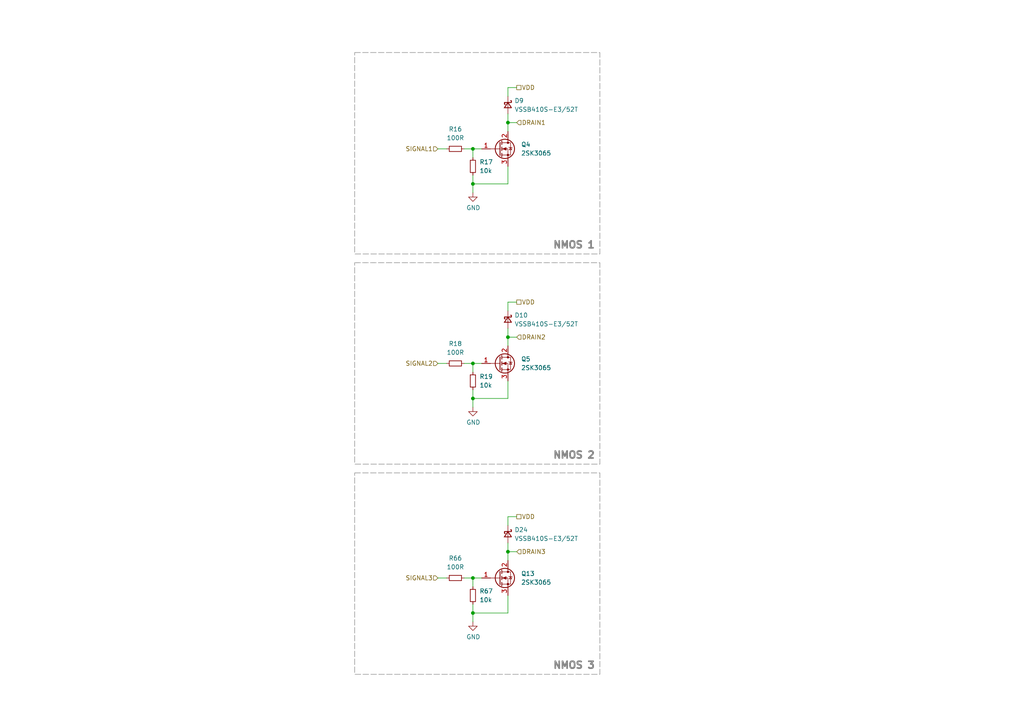
<source format=kicad_sch>
(kicad_sch (version 20231120) (generator "eeschema") (generator_version "8.0")
  (paper "A4")
  (lib_symbols
    (symbol "Device:D_Schottky_Small" (pin_numbers hide) (pin_names (offset 0.254) hide)
      (property "Reference" "D" (at -1.27 2.032 0))
      (property "Value" "D_Schottky_Small" (at -7.112 -2.032 0))
      (symbol "D_Schottky_Small_0_1"
        (polyline (pts (xy -0.762 0) (xy 0.762 0)))
        (polyline (pts (xy 0.762 -1.016) (xy -0.762 0) (xy 0.762 1.016) (xy 0.762 -1.016)) (stroke (width 0.254)))
        (polyline (pts (xy -1.27 0.762) (xy -1.27 1.016) (xy -0.762 1.016) (xy -0.762 -1.016) (xy -0.254 -1.016) (xy -0.254 -0.762)) (stroke (width 0.254)))
      )
      (symbol "D_Schottky_Small_1_1"
        (pin passive line (at -2.54 0 0) (length 1.778) (name "K") (number "1"))
        (pin passive line (at 2.54 0 180) (length 1.778) (name "A") (number "2"))
      )
    )
    (symbol "Device:Q_NMOS_GDS" (pin_names (offset 0) hide)
      (property "Reference" "Q" (at 5.08 1.27 0))
      (property "Value" "Q_NMOS_GDS" (at 5.08 -1.27 0))
      (symbol "Q_NMOS_GDS_0_1"
        (polyline (pts (xy 0.254 0) (xy -2.54 0)))
        (polyline (pts (xy 0.254 1.905) (xy 0.254 -1.905)) (stroke (width 0.254)))
        (polyline (pts (xy 0.762 -1.27) (xy 0.762 -2.286)) (stroke (width 0.254)))
        (polyline (pts (xy 0.762 0.508) (xy 0.762 -0.508)) (stroke (width 0.254)))
        (polyline (pts (xy 0.762 2.286) (xy 0.762 1.27)) (stroke (width 0.254)))
        (polyline (pts (xy 2.54 2.54) (xy 2.54 1.778)))
        (polyline (pts (xy 2.54 -2.54) (xy 2.54 0) (xy 0.762 0)))
        (polyline (pts (xy 0.762 -1.778) (xy 3.302 -1.778) (xy 3.302 1.778) (xy 0.762 1.778)))
        (polyline (pts (xy 1.016 0) (xy 2.032 0.381) (xy 2.032 -0.381) (xy 1.016 0)) (fill (type outline)))
        (polyline (pts (xy 2.794 0.508) (xy 2.921 0.381) (xy 3.683 0.381) (xy 3.81 0.254)))
        (polyline (pts (xy 3.302 0.381) (xy 2.921 -0.254) (xy 3.683 -0.254) (xy 3.302 0.381)))
        (circle (center 1.651 0) (radius 2.794) (stroke (width 0.254)))
        (circle (center 2.54 -1.778) (radius 0.254) (fill (type outline)))
        (circle (center 2.54 1.778) (radius 0.254) (fill (type outline)))
      )
      (symbol "Q_NMOS_GDS_1_1"
        (pin input line (at -5.08 0 0) (length 2.54) (name "G") (number "1"))
        (pin passive line (at 2.54 5.08 270) (length 2.54) (name "D") (number "2"))
        (pin passive line (at 2.54 -5.08 90) (length 2.54) (name "S") (number "3"))
      )
    )
    (symbol "Device:R_Small" (pin_numbers hide) (pin_names (offset 0.254) hide)
      (property "Reference" "R" (at 0.762 0.508 0))
      (property "Value" "R_Small" (at 0.762 -1.016 0))
      (symbol "R_Small_0_1"
        (rectangle (start -0.762 1.778) (end 0.762 -1.778) (stroke (width 0.2032)))
      )
      (symbol "R_Small_1_1"
        (pin passive line (at 0 2.54 270) (length 0.762) (name "~") (number "1"))
        (pin passive line (at 0 -2.54 90) (length 0.762) (name "~") (number "2"))
      )
    )
    (symbol "power:GND" (power) (pin_names (offset 0))
      (property "Value" "GND" (at 0 -3.81 0))
      (symbol "GND_0_1"
        (polyline (pts (xy 0 0) (xy 0 -1.27) (xy 1.27 -1.27) (xy 0 -2.54) (xy -1.27 -1.27) (xy 0 -1.27)))
      )
      (symbol "GND_1_1"
        (pin power_in line (at 0 0 270) (length 0) hide (name "GND") (number "1"))
      )
    )
  )
  (junction (at 147.32 97.79))
  (junction (at 137.16 177.8))
  (junction (at 137.16 53.34))
  (junction (at 137.16 115.57))
  (junction (at 147.32 35.56))
  (junction (at 137.16 167.64))
  (junction (at 137.16 43.18))
  (junction (at 137.16 105.41))
  (junction (at 147.32 160.02))
  (wire (pts (xy 147.32 160.02) (xy 149.86 160.02)))
  (wire (pts (xy 137.16 53.34) (xy 147.32 53.34)))
  (wire (pts (xy 147.32 35.56) (xy 149.86 35.56)))
  (wire (pts (xy 134.62 167.64) (xy 137.16 167.64)))
  (wire (pts (xy 147.32 110.49) (xy 147.32 115.57)))
  (wire (pts (xy 137.16 167.64) (xy 139.7 167.64)))
  (wire (pts (xy 147.32 33.02) (xy 147.32 35.56)))
  (wire (pts (xy 149.86 25.4) (xy 147.32 25.4)))
  (wire (pts (xy 137.16 115.57) (xy 137.16 118.11)))
  (wire (pts (xy 137.16 50.8) (xy 137.16 53.34)))
  (wire (pts (xy 147.32 87.63) (xy 147.32 90.17)))
  (wire (pts (xy 137.16 177.8) (xy 147.32 177.8)))
  (wire (pts (xy 147.32 35.56) (xy 147.32 38.1)))
  (wire (pts (xy 147.32 25.4) (xy 147.32 27.94)))
  (wire (pts (xy 137.16 177.8) (xy 137.16 180.34)))
  (wire (pts (xy 147.32 97.79) (xy 149.86 97.79)))
  (wire (pts (xy 137.16 167.64) (xy 137.16 170.18)))
  (wire (pts (xy 127 43.18) (xy 129.54 43.18)))
  (wire (pts (xy 137.16 43.18) (xy 139.7 43.18)))
  (wire (pts (xy 134.62 43.18) (xy 137.16 43.18)))
  (wire (pts (xy 147.32 97.79) (xy 147.32 100.33)))
  (wire (pts (xy 147.32 172.72) (xy 147.32 177.8)))
  (wire (pts (xy 137.16 53.34) (xy 137.16 55.88)))
  (wire (pts (xy 127 105.41) (xy 129.54 105.41)))
  (wire (pts (xy 137.16 43.18) (xy 137.16 45.72)))
  (wire (pts (xy 149.86 149.86) (xy 147.32 149.86)))
  (wire (pts (xy 134.62 105.41) (xy 137.16 105.41)))
  (wire (pts (xy 147.32 157.48) (xy 147.32 160.02)))
  (wire (pts (xy 137.16 105.41) (xy 137.16 107.95)))
  (wire (pts (xy 147.32 160.02) (xy 147.32 162.56)))
  (wire (pts (xy 147.32 95.25) (xy 147.32 97.79)))
  (wire (pts (xy 137.16 115.57) (xy 147.32 115.57)))
  (wire (pts (xy 147.32 149.86) (xy 147.32 152.4)))
  (wire (pts (xy 149.86 87.63) (xy 147.32 87.63)))
  (wire (pts (xy 127 167.64) (xy 129.54 167.64)))
  (wire (pts (xy 137.16 113.03) (xy 137.16 115.57)))
  (wire (pts (xy 137.16 105.41) (xy 139.7 105.41)))
  (wire (pts (xy 137.16 175.26) (xy 137.16 177.8)))
  (wire (pts (xy 147.32 48.26) (xy 147.32 53.34)))
  (rectangle (start 102.87 15.24) (end 173.99 73.66) (stroke (width 0) (type dash) (color 132 132 132 1)))
  (rectangle (start 102.87 137.16) (end 173.99 195.58) (stroke (width 0) (type dash) (color 132 132 132 1)))
  (rectangle (start 102.87 76.2) (end 173.99 134.62) (stroke (width 0) (type dash) (color 132 132 132 1)))
  (text "NMOS 1" (at 172.72 72.39 0) (effects (font (size 2 2) (thickness 1) (bold yes)) (justify right bottom)))
  (text "NMOS 2" (at 172.72 133.35 0) (effects (font (size 2 2) (thickness 1) (bold yes)) (justify right bottom)))
  (text "NMOS 3" (at 172.72 194.31 0) (effects (font (size 2 2) (thickness 1) (bold yes)) (justify right bottom)))
  (hierarchical_label "DRAIN3" (shape input) (at 149.86 160.02 0))
  (hierarchical_label "VDD" (shape passive) (at 149.86 87.63 0))
  (hierarchical_label "VDD" (shape passive) (at 149.86 25.4 0))
  (hierarchical_label "SIGNAL2" (shape input) (at 127 105.41 180))
  (hierarchical_label "SIGNAL3" (shape input) (at 127 167.64 180))
  (hierarchical_label "DRAIN1" (shape input) (at 149.86 35.56 0))
  (hierarchical_label "VDD" (shape passive) (at 149.86 149.86 0))
  (hierarchical_label "DRAIN2" (shape input) (at 149.86 97.79 0))
  (hierarchical_label "SIGNAL1" (shape input) (at 127 43.18 180))
  (symbol (lib_id "Device:R_Small") (at 137.16 110.49 180) (unit 1)
    (property "Reference" "R19" (at 139.065 109.2199 0) (effects (justify right)))
    (property "Value" "10k" (at 139.065 111.7599 0) (effects (justify right)))
    (property "Footprint" "Resistor_SMD:R_0603_1608Metric" (effects (hide yes)))
    (property "Manufacturer_Name" "--" (effects (hide yes)))
    (property "Manufacturer_Part_Number" "--" (effects (hide yes)))
  )
  (symbol (lib_id "Device:Q_NMOS_GDS") (at 144.78 43.18 0) (unit 1)
    (property "Reference" "Q4" (at 151.13 41.91 0) (effects (justify left)))
    (property "Value" "2SK3065" (at 151.13 44.45 0) (effects (justify left)))
    (property "Footprint" "Package_TO_SOT_SMD:SOT-89-3" (effects (hide yes)))
    (property "Datasheet" "https://www.mouser.pl/datasheet/2/196/Infineon_IRLL024Z_DataSheet_v01_01_EN-1227867.pdf" (effects (hide yes)))
    (property "Manufacturer_Part_Number" "IRLL024ZTRPBF" (effects (hide yes)))
    (property "Mouser Part Number" "942-IRLL024ZTRPBF" (effects (hide yes)))
    (property "Mouser Price/Stock" "https://www.mouser.pl/ProductDetail/Infineon-Technologies/IRLL024ZTRPBF?qs=9%252BKlkBgLFf1b4odHOQZ9nw%3D%3D" (effects (hide yes)))
  )
  (symbol (lib_id "Device:R_Small") (at 137.16 172.72 180) (unit 1)
    (property "Reference" "R67" (at 139.065 171.4499 0) (effects (justify right)))
    (property "Value" "10k" (at 139.065 173.9899 0) (effects (justify right)))
    (property "Footprint" "Resistor_SMD:R_0603_1608Metric" (effects (hide yes)))
    (property "Manufacturer_Name" "--" (effects (hide yes)))
    (property "Manufacturer_Part_Number" "--" (effects (hide yes)))
  )
  (symbol (lib_id "Device:Q_NMOS_GDS") (at 144.78 105.41 0) (unit 1)
    (property "Reference" "Q5" (at 151.13 104.14 0) (effects (justify left)))
    (property "Value" "2SK3065" (at 151.13 106.68 0) (effects (justify left)))
    (property "Footprint" "Package_TO_SOT_SMD:SOT-89-3" (effects (hide yes)))
    (property "Datasheet" "https://www.mouser.pl/datasheet/2/196/Infineon_IRLL024Z_DataSheet_v01_01_EN-1227867.pdf" (effects (hide yes)))
    (property "Manufacturer_Part_Number" "IRLL024ZTRPBF" (effects (hide yes)))
    (property "Mouser Part Number" "942-IRLL024ZTRPBF" (effects (hide yes)))
    (property "Mouser Price/Stock" "https://www.mouser.pl/ProductDetail/Infineon-Technologies/IRLL024ZTRPBF?qs=9%252BKlkBgLFf1b4odHOQZ9nw%3D%3D" (effects (hide yes)))
  )
  (symbol (lib_id "power:GND") (at 137.16 180.34 0) (unit 1)
    (property "Reference" "#PWR081" (effects (hide yes)))
    (property "Value" "GND" (at 137.287 184.7342 0))
  )
  (symbol (lib_id "Device:D_Schottky_Small") (at 147.32 30.48 270) (unit 1)
    (property "Reference" "D9" (at 149.225 29.2099 90) (effects (justify left)))
    (property "Value" "VSSB410S-E3/52T" (at 149.225 31.7499 90) (effects (justify left)))
    (property "Footprint" "Diode_SMD:D_SOD-123" (effects (hide yes)))
    (property "Manufacturer_Part_Number" "VSSB410S-E3/52T" (effects (hide yes)))
    (property "Mouser Part Number" "625-VSSB410S-E3/52T" (effects (hide yes)))
    (property "Mouser Price/Stock" "https://www.mouser.pl/ProductDetail/Vishay-General-Semiconductor/VSSB410S-E3-52T?qs=HSPD0Bff7ib64J9oD9YilA%3D%3D" (effects (hide yes)))
  )
  (symbol (lib_id "Device:R_Small") (at 137.16 48.26 180) (unit 1)
    (property "Reference" "R17" (at 139.065 46.9899 0) (effects (justify right)))
    (property "Value" "10k" (at 139.065 49.5299 0) (effects (justify right)))
    (property "Footprint" "Resistor_SMD:R_0603_1608Metric" (effects (hide yes)))
    (property "Manufacturer_Name" "--" (effects (hide yes)))
    (property "Manufacturer_Part_Number" "--" (effects (hide yes)))
  )
  (symbol (lib_id "Device:Q_NMOS_GDS") (at 144.78 167.64 0) (unit 1)
    (property "Reference" "Q13" (at 151.13 166.37 0) (effects (justify left)))
    (property "Value" "2SK3065" (at 151.13 168.91 0) (effects (justify left)))
    (property "Footprint" "Package_TO_SOT_SMD:SOT-89-3" (effects (hide yes)))
    (property "Datasheet" "https://www.mouser.pl/datasheet/2/196/Infineon_IRLL024Z_DataSheet_v01_01_EN-1227867.pdf" (effects (hide yes)))
    (property "Manufacturer_Part_Number" "IRLL024ZTRPBF" (effects (hide yes)))
    (property "Mouser Part Number" "942-IRLL024ZTRPBF" (effects (hide yes)))
    (property "Mouser Price/Stock" "https://www.mouser.pl/ProductDetail/Infineon-Technologies/IRLL024ZTRPBF?qs=9%252BKlkBgLFf1b4odHOQZ9nw%3D%3D" (effects (hide yes)))
  )
  (symbol (lib_id "Device:R_Small") (at 132.08 43.18 270) (unit 1)
    (property "Reference" "R16" (at 132.08 37.465 90))
    (property "Value" "100R" (at 132.08 40.005 90))
    (property "Footprint" "Resistor_SMD:R_0603_1608Metric" (effects (hide yes)))
    (property "Manufacturer_Name" "--" (effects (hide yes)))
    (property "Manufacturer_Part_Number" "--" (effects (hide yes)))
  )
  (symbol (lib_id "Device:R_Small") (at 132.08 167.64 270) (unit 1)
    (property "Reference" "R66" (at 132.08 161.925 90))
    (property "Value" "100R" (at 132.08 164.465 90))
    (property "Footprint" "Resistor_SMD:R_0603_1608Metric" (effects (hide yes)))
    (property "Manufacturer_Name" "--" (effects (hide yes)))
    (property "Manufacturer_Part_Number" "--" (effects (hide yes)))
  )
  (symbol (lib_id "power:GND") (at 137.16 55.88 0) (unit 1)
    (property "Reference" "#PWR053" (effects (hide yes)))
    (property "Value" "GND" (at 137.287 60.2742 0))
  )
  (symbol (lib_id "Device:R_Small") (at 132.08 105.41 270) (unit 1)
    (property "Reference" "R18" (at 132.08 99.695 90))
    (property "Value" "100R" (at 132.08 102.235 90))
    (property "Footprint" "Resistor_SMD:R_0603_1608Metric" (effects (hide yes)))
    (property "Manufacturer_Name" "--" (effects (hide yes)))
    (property "Manufacturer_Part_Number" "--" (effects (hide yes)))
  )
  (symbol (lib_id "power:GND") (at 137.16 118.11 0) (unit 1)
    (property "Reference" "#PWR054" (effects (hide yes)))
    (property "Value" "GND" (at 137.287 122.5042 0))
  )
  (symbol (lib_id "Device:D_Schottky_Small") (at 147.32 154.94 270) (unit 1)
    (property "Reference" "D24" (at 149.225 153.6699 90) (effects (justify left)))
    (property "Value" "VSSB410S-E3/52T" (at 149.225 156.2099 90) (effects (justify left)))
    (property "Footprint" "Diode_SMD:D_SOD-123" (effects (hide yes)))
    (property "Manufacturer_Part_Number" "VSSB410S-E3/52T" (effects (hide yes)))
    (property "Mouser Part Number" "625-VSSB410S-E3/52T" (effects (hide yes)))
    (property "Mouser Price/Stock" "https://www.mouser.pl/ProductDetail/Vishay-General-Semiconductor/VSSB410S-E3-52T?qs=HSPD0Bff7ib64J9oD9YilA%3D%3D" (effects (hide yes)))
  )
  (symbol (lib_id "Device:D_Schottky_Small") (at 147.32 92.71 270) (unit 1)
    (property "Reference" "D10" (at 149.225 91.4399 90) (effects (justify left)))
    (property "Value" "VSSB410S-E3/52T" (at 149.225 93.9799 90) (effects (justify left)))
    (property "Footprint" "Diode_SMD:D_SOD-123" (effects (hide yes)))
    (property "Manufacturer_Part_Number" "VSSB410S-E3/52T" (effects (hide yes)))
    (property "Mouser Part Number" "625-VSSB410S-E3/52T" (effects (hide yes)))
    (property "Mouser Price/Stock" "https://www.mouser.pl/ProductDetail/Vishay-General-Semiconductor/VSSB410S-E3-52T?qs=HSPD0Bff7ib64J9oD9YilA%3D%3D" (effects (hide yes)))
  )
)
</source>
